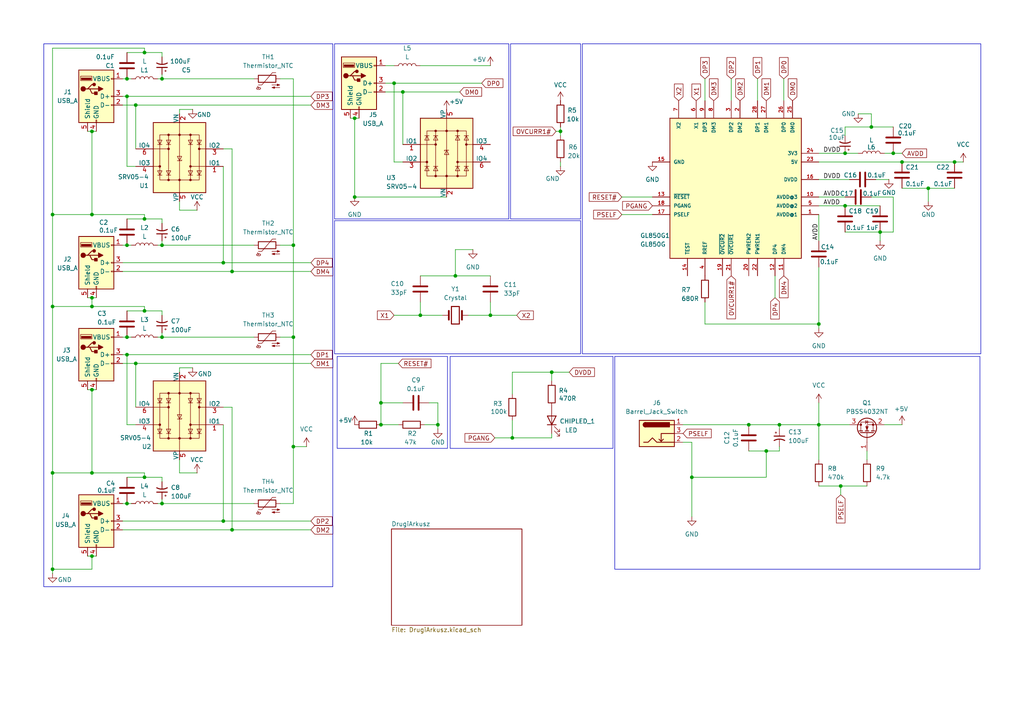
<source format=kicad_sch>
(kicad_sch (version 20250114) (generator "eeschema") (generator_version "9.0")
  (paper "A4")
  (lib_symbols
    (symbol "Connector:Barrel_Jack_Switch" (pin_names (hide yes))
      (property "Reference" "J" (at 0 5.334 0))
      (property "Value" "Barrel_Jack_Switch" (at 0 -5.08 0))
      (symbol "Barrel_Jack_Switch_1_1"
        (pin passive line (at 7.62 2.54 180) (length 2.54) (name "~") (number "1"))
        (pin passive line (at 7.62 0 180) (length 2.54) (name "~") (number "3"))
        (pin passive line (at 7.62 -2.54 180) (length 2.54) (name "~") (number "2"))
      )
    )
    (symbol "Connector:USB_A" (pin_names (offset 1.016))
      (property "Reference" "J" (at -5.08 11.43 0))
      (property "Value" "USB_A" (at -5.08 8.89 0))
      (symbol "USB_A_1_1"
        (pin passive line (at -2.54 -10.16 90) (length 2.54) (name "Shield") (number "5"))
        (pin power_in line (at 0 -10.16 90) (length 2.54) (name "GND") (number "4"))
        (pin power_in line (at 7.62 5.08 180) (length 2.54) (name "VBUS") (number "1"))
        (pin bidirectional line (at 7.62 0 180) (length 2.54) (name "D+") (number "3"))
        (pin bidirectional line (at 7.62 -2.54 180) (length 2.54) (name "D-") (number "2"))
      )
    )
    (symbol "Device:C" (pin_numbers (hide yes)) (pin_names (offset 0.254))
      (property "Reference" "C" (at 0.635 2.54 0))
      (property "Value" "C" (at 0.635 -2.54 0))
      (symbol "C_1_1"
        (pin passive line (at 0 3.81 270) (length 2.794) (name "~") (number "1"))
        (pin passive line (at 0 -3.81 90) (length 2.794) (name "~") (number "2"))
      )
    )
    (symbol "Device:C_Polarized_Small_US" (pin_numbers (hide yes)) (pin_names (offset 0.254) (hide yes))
      (property "Reference" "C" (at 0.254 1.778 0))
      (property "Value" "C_Polarized_Small_US" (at 0.254 -2.032 0))
      (symbol "C_Polarized_Small_US_1_1"
        (pin passive line (at 0 2.54 270) (length 2.032) (name "~") (number "1"))
        (pin passive line (at 0 -2.54 90) (length 2.032) (name "~") (number "2"))
      )
    )
    (symbol "Device:Crystal" (pin_numbers (hide yes)) (pin_names (offset 1.016) (hide yes))
      (property "Reference" "Y" (at 0 3.81 0))
      (property "Value" "Crystal" (at 0 -3.81 0))
      (symbol "Crystal_1_1"
        (pin passive line (at -3.81 0 0) (length 1.27) (name "1") (number "1"))
        (pin passive line (at 3.81 0 180) (length 1.27) (name "2") (number "2"))
      )
    )
    (symbol "Device:L" (pin_numbers (hide yes)) (pin_names (offset 1.016) (hide yes))
      (property "Reference" "L" (at -1.27 0 90))
      (property "Value" "L" (at 1.905 0 90))
      (symbol "L_1_1"
        (pin passive line (at 0 3.81 270) (length 1.27) (name "1") (number "1"))
        (pin passive line (at 0 -3.81 90) (length 1.27) (name "2") (number "2"))
      )
    )
    (symbol "Device:LED" (pin_numbers (hide yes)) (pin_names (offset 1.016) (hide yes))
      (property "Reference" "D" (at 0 2.54 0))
      (property "Value" "LED" (at 0 -2.54 0))
      (symbol "LED_1_1"
        (pin passive line (at -3.81 0 0) (length 2.54) (name "K") (number "1"))
        (pin passive line (at 3.81 0 180) (length 2.54) (name "A") (number "2"))
      )
    )
    (symbol "Device:R" (pin_numbers (hide yes)) (pin_names (offset 0))
      (property "Reference" "R" (at 2.032 0 90))
      (property "Value" "R" (at 0 0 90))
      (symbol "R_1_1"
        (pin passive line (at 0 3.81 270) (length 1.27) (name "~") (number "1"))
        (pin passive line (at 0 -3.81 90) (length 1.27) (name "~") (number "2"))
      )
    )
    (symbol "Device:Thermistor_NTC" (pin_numbers (hide yes)) (pin_names (offset 0))
      (property "Reference" "TH" (at -4.445 0 90))
      (property "Value" "Thermistor_NTC" (at 3.175 0 90))
      (symbol "Thermistor_NTC_1_1"
        (pin passive line (at 0 3.81 270) (length 1.27) (name "~") (number "1"))
        (pin passive line (at 0 -3.81 90) (length 1.27) (name "~") (number "2"))
      )
    )
    (symbol "GL850G:GL850G" (pin_names (offset 1.016))
      (property "Reference" "GL850G" (at 0 0 0))
      (property "Value" "GL850G" (at 0 0 0))
      (symbol "GL850G_0_0"
        (pin bidirectional line (at -25.4 15.24 0) (length 5.08) (name "DM0") (number "25"))
        (pin bidirectional line (at -25.4 12.7 0) (length 5.08) (name "DP0") (number "26"))
        (pin bidirectional line (at -25.4 7.62 0) (length 5.08) (name "DM1") (number "27"))
        (pin bidirectional line (at -25.4 5.08 0) (length 5.08) (name "DP1") (number "28"))
        (pin bidirectional line (at -25.4 0 0) (length 5.08) (name "DM2") (number "2"))
        (pin bidirectional line (at -25.4 -2.54 0) (length 5.08) (name "DP2") (number "3"))
        (pin bidirectional line (at -25.4 -7.62 0) (length 5.08) (name "DM3") (number "8"))
        (pin bidirectional line (at -25.4 -10.16 0) (length 5.08) (name "DP3") (number "9"))
        (pin bidirectional line (at -25.4 -12.7 0) (length 5.08) (name "X1") (number "6"))
        (pin bidirectional line (at -25.4 -17.78 0) (length 5.08) (name "X2") (number "7"))
        (pin bidirectional line (at -10.16 22.86 270) (length 5.08) (name "3V3") (number "24"))
        (pin bidirectional line (at -7.62 22.86 270) (length 5.08) (name "5V") (number "23"))
        (pin bidirectional line (at -7.62 -25.4 90) (length 5.08) (name "GND") (number "15"))
        (pin bidirectional line (at -2.54 22.86 270) (length 5.08) (name "DVDD") (number "16"))
        (pin bidirectional line (at 2.54 22.86 270) (length 5.08) (name "AVDD@3") (number "10"))
        (pin bidirectional line (at 2.54 -25.4 90) (length 5.08) (name "~{RESET}") (number "13"))
        (pin bidirectional line (at 5.08 22.86 270) (length 5.08) (name "AVDD@2") (number "5"))
        (pin bidirectional line (at 5.08 -25.4 90) (length 5.08) (name "PGANG") (number "18"))
        (pin bidirectional line (at 7.62 22.86 270) (length 5.08) (name "AVDD@1") (number "1"))
        (pin bidirectional line (at 7.62 -25.4 90) (length 5.08) (name "PSELF") (number "17"))
        (pin bidirectional line (at 25.4 12.7 180) (length 5.08) (name "DM4") (number "11"))
        (pin bidirectional line (at 25.4 10.16 180) (length 5.08) (name "DP4") (number "12"))
        (pin bidirectional line (at 25.4 5.08 180) (length 5.08) (name "PWREN1") (number "22"))
        (pin bidirectional line (at 25.4 2.54 180) (length 5.08) (name "PWREN2") (number "20"))
        (pin bidirectional line (at 25.4 -2.54 180) (length 5.08) (name "~{OVCUR1}") (number "21"))
        (pin bidirectional line (at 25.4 -5.08 180) (length 5.08) (name "~{OVCUR2}") (number "19"))
        (pin bidirectional line (at 25.4 -10.16 180) (length 5.08) (name "RREF") (number "4"))
        (pin bidirectional line (at 25.4 -15.24 180) (length 5.08) (name "TEST") (number "14"))
      )
    )
    (symbol "Power_Protection:SRV05-4" (pin_names (offset 0))
      (property "Reference" "U" (at -5.08 11.43 0))
      (property "Value" "SRV05-4" (at 2.54 11.43 0))
      (symbol "SRV05-4_1_1"
        (pin passive line (at -12.7 2.54 0) (length 5.08) (name "IO1") (number "1"))
        (pin passive line (at -12.7 -2.54 0) (length 5.08) (name "IO2") (number "3"))
        (pin passive line (at 0 12.7 270) (length 2.54) (name "VP") (number "5"))
        (pin passive line (at 0 -12.7 90) (length 2.54) (name "VN") (number "2"))
        (pin passive line (at 12.7 2.54 180) (length 5.08) (name "IO3") (number "4"))
        (pin passive line (at 12.7 -2.54 180) (length 5.08) (name "IO4") (number "6"))
      )
    )
    (symbol "Transistor_FET:DMN6075S" (pin_names (hide yes))
      (property "Reference" "Q" (at 5.08 1.905 0))
      (property "Value" "DMN6075S" (at 5.08 0 0))
      (symbol "DMN6075S_1_1"
        (pin input line (at -5.08 0 0) (length 2.54) (name "G") (number "1"))
        (pin passive line (at 2.54 5.08 270) (length 2.54) (name "D") (number "3"))
        (pin passive line (at 2.54 -5.08 90) (length 2.54) (name "S") (number "2"))
      )
    )
    (symbol "power:+5V" (power) (pin_numbers (hide yes)) (pin_names (offset 0) (hide yes))
      (property "Value" "+5V" (at 0 3.556 0))
      (symbol "+5V_1_1"
        (pin power_in line (at 0 0 90) (length 0) (name "~") (number "1"))
      )
    )
    (symbol "power:GND" (power) (pin_numbers (hide yes)) (pin_names (offset 0) (hide yes))
      (property "Value" "GND" (at 0 -3.81 0))
      (symbol "GND_1_1"
        (pin power_in line (at 0 0 270) (length 0) (name "~") (number "1"))
      )
    )
    (symbol "power:VCC" (power) (pin_numbers (hide yes)) (pin_names (offset 0) (hide yes))
      (property "Value" "VCC" (at 0 3.556 0))
      (symbol "VCC_1_1"
        (pin power_in line (at 0 0 90) (length 0) (name "~") (number "1"))
      )
    )
  )
  (rectangle (start 130.556 103.378) (end 177.8 130.048))
  (rectangle (start 97.028 12.7) (end 147.574 63.5))
  (rectangle (start 97.028 64.008) (end 168.402 102.616))
  (rectangle (start 97.79 103.378) (end 129.794 130.048))
  (rectangle (start 148.082 12.7) (end 168.402 63.5))
  (rectangle (start 12.7 12.7) (end 96.52 170.18))
  (rectangle (start 178.308 103.378) (end 284.226 165.1))
  (rectangle (start 168.91 12.7) (end 284.48 102.616))
  (junction (at 39.37 105.41))
  (junction (at 217.17 123.19))
  (junction (at 46.99 71.12))
  (junction (at 148.59 127))
  (junction (at 255.27 67.31))
  (junction (at 41.91 90.17))
  (junction (at 245.11 44.45))
  (junction (at 114.3 24.13))
  (junction (at 116.84 26.67))
  (junction (at 26.67 62.23))
  (junction (at 36.83 102.87))
  (junction (at 26.67 137.16))
  (junction (at 110.49 116.84))
  (junction (at 259.08 44.45))
  (junction (at 67.31 153.67))
  (junction (at 41.91 63.5))
  (junction (at 26.67 38.1))
  (junction (at 41.91 15.24))
  (junction (at 46.99 146.05))
  (junction (at 142.24 91.44))
  (junction (at 15.24 62.23))
  (junction (at 39.37 30.48))
  (junction (at 26.67 88.9))
  (junction (at 36.83 71.12))
  (junction (at 237.49 93.98))
  (junction (at 26.67 113.03))
  (junction (at 222.25 130.81))
  (junction (at 160.02 107.95))
  (junction (at 46.99 22.86))
  (junction (at 46.99 97.79))
  (junction (at 261.62 46.99))
  (junction (at 243.84 140.97))
  (junction (at 162.56 38.1))
  (junction (at 132.08 80.01))
  (junction (at 276.86 46.99))
  (junction (at 15.24 88.9))
  (junction (at 36.83 146.05))
  (junction (at 67.31 78.74))
  (junction (at 36.83 22.86))
  (junction (at 102.87 57.15))
  (junction (at 15.24 165.1))
  (junction (at 85.09 97.79))
  (junction (at 110.49 123.19))
  (junction (at 269.24 54.61))
  (junction (at 85.09 129.54))
  (junction (at 237.49 123.19))
  (junction (at 226.06 123.19))
  (junction (at 85.09 71.12))
  (junction (at 200.66 138.43))
  (junction (at 15.24 137.16))
  (junction (at 26.67 161.29))
  (junction (at 36.83 97.79))
  (junction (at 36.83 27.94))
  (junction (at 26.67 86.36))
  (junction (at 127 123.19))
  (junction (at 64.77 76.2))
  (junction (at 245.11 59.69))
  (junction (at 121.92 91.44))
  (junction (at 252.73 36.83))
  (junction (at 41.91 138.43))
  (junction (at 102.87 34.29))
  (junction (at 64.77 151.13))
  (wire (pts (xy 200.66 138.43) (xy 200.66 149.86)))
  (wire (pts (xy 26.67 86.36) (xy 26.67 88.9)))
  (wire (pts (xy 81.28 71.12) (xy 85.09 71.12)))
  (wire (pts (xy 46.99 90.17) (xy 46.99 91.44)))
  (wire (pts (xy 67.31 153.67) (xy 90.17 153.67)))
  (wire (pts (xy 46.99 16.51) (xy 46.99 15.24)))
  (wire (pts (xy 35.56 78.74) (xy 67.31 78.74)))
  (wire (pts (xy 116.84 46.99) (xy 114.3 46.99)))
  (wire (pts (xy 237.49 69.85) (xy 237.49 62.23)))
  (wire (pts (xy 35.56 102.87) (xy 36.83 102.87)))
  (wire (pts (xy 127 116.84) (xy 124.46 116.84)))
  (wire (pts (xy 46.99 22.86) (xy 73.66 22.86)))
  (wire (pts (xy 254 52.07) (xy 257.81 52.07)))
  (wire (pts (xy 256.54 123.19) (xy 261.62 123.19)))
  (wire (pts (xy 219.71 22.86) (xy 219.71 29.21)))
  (wire (pts (xy 36.83 102.87) (xy 90.17 102.87)))
  (wire (pts (xy 114.3 19.05) (xy 111.76 19.05)))
  (wire (pts (xy 237.49 77.47) (xy 237.49 93.98)))
  (wire (pts (xy 36.83 27.94) (xy 36.83 48.26)))
  (wire (pts (xy 35.56 146.05) (xy 36.83 146.05)))
  (wire (pts (xy 57.15 60.96) (xy 52.07 60.96)))
  (wire (pts (xy 198.12 128.27) (xy 200.66 128.27)))
  (wire (pts (xy 36.83 102.87) (xy 36.83 123.19)))
  (wire (pts (xy 39.37 105.41) (xy 39.37 118.11)))
  (wire (pts (xy 26.67 62.23) (xy 41.91 62.23)))
  (wire (pts (xy 162.56 36.83) (xy 162.56 38.1)))
  (wire (pts (xy 142.24 91.44) (xy 149.86 91.44)))
  (wire (pts (xy 142.24 87.63) (xy 142.24 91.44)))
  (wire (pts (xy 15.24 62.23) (xy 26.67 62.23)))
  (wire (pts (xy 252.73 57.15) (xy 259.08 57.15)))
  (wire (pts (xy 15.24 13.97) (xy 41.91 13.97)))
  (wire (pts (xy 237.49 140.97) (xy 243.84 140.97)))
  (wire (pts (xy 57.15 137.16) (xy 52.07 137.16)))
  (wire (pts (xy 41.91 63.5) (xy 36.83 63.5)))
  (wire (pts (xy 64.77 48.26) (xy 64.77 76.2)))
  (wire (pts (xy 180.34 57.15) (xy 189.23 57.15)))
  (wire (pts (xy 237.49 123.19) (xy 246.38 123.19)))
  (wire (pts (xy 41.91 138.43) (xy 36.83 138.43)))
  (wire (pts (xy 160.02 107.95) (xy 165.1 107.95)))
  (wire (pts (xy 121.92 87.63) (xy 121.92 91.44)))
  (wire (pts (xy 67.31 43.18) (xy 67.31 78.74)))
  (wire (pts (xy 67.31 118.11) (xy 67.31 153.67)))
  (wire (pts (xy 35.56 27.94) (xy 36.83 27.94)))
  (wire (pts (xy 41.91 15.24) (xy 46.99 15.24)))
  (wire (pts (xy 111.76 24.13) (xy 114.3 24.13)))
  (wire (pts (xy 45.72 146.05) (xy 46.99 146.05)))
  (wire (pts (xy 252.73 33.02) (xy 248.92 33.02)))
  (wire (pts (xy 259.08 57.15) (xy 259.08 67.31)))
  (wire (pts (xy 46.99 71.12) (xy 73.66 71.12)))
  (wire (pts (xy 26.67 38.1) (xy 26.67 62.23)))
  (wire (pts (xy 46.99 139.7) (xy 46.99 138.43)))
  (wire (pts (xy 46.99 96.52) (xy 46.99 97.79)))
  (wire (pts (xy 252.73 36.83) (xy 259.08 36.83)))
  (wire (pts (xy 46.99 97.79) (xy 45.72 97.79)))
  (wire (pts (xy 55.88 106.68) (xy 52.07 106.68)))
  (wire (pts (xy 25.4 113.03) (xy 26.67 113.03)))
  (wire (pts (xy 243.84 143.51) (xy 243.84 140.97)))
  (wire (pts (xy 41.91 90.17) (xy 36.83 90.17)))
  (wire (pts (xy 246.38 52.07) (xy 237.49 52.07)))
  (wire (pts (xy 26.67 161.29) (xy 27.94 161.29)))
  (wire (pts (xy 15.24 137.16) (xy 26.67 137.16)))
  (wire (pts (xy 222.25 130.81) (xy 217.17 130.81)))
  (wire (pts (xy 85.09 71.12) (xy 85.09 97.79)))
  (wire (pts (xy 269.24 54.61) (xy 276.86 54.61)))
  (wire (pts (xy 245.11 36.83) (xy 245.11 39.37)))
  (wire (pts (xy 212.09 22.86) (xy 212.09 29.21)))
  (wire (pts (xy 64.77 43.18) (xy 67.31 43.18)))
  (wire (pts (xy 36.83 22.86) (xy 35.56 22.86)))
  (wire (pts (xy 15.24 88.9) (xy 15.24 137.16)))
  (wire (pts (xy 64.77 151.13) (xy 90.17 151.13)))
  (wire (pts (xy 26.67 161.29) (xy 26.67 165.1)))
  (wire (pts (xy 160.02 127) (xy 148.59 127)))
  (wire (pts (xy 121.92 91.44) (xy 128.27 91.44)))
  (wire (pts (xy 25.4 38.1) (xy 26.67 38.1)))
  (wire (pts (xy 226.06 130.81) (xy 222.25 130.81)))
  (wire (pts (xy 41.91 138.43) (xy 41.91 137.16)))
  (wire (pts (xy 148.59 107.95) (xy 160.02 107.95)))
  (wire (pts (xy 180.34 62.23) (xy 189.23 62.23)))
  (wire (pts (xy 245.11 67.31) (xy 255.27 67.31)))
  (wire (pts (xy 204.47 93.98) (xy 237.49 93.98)))
  (wire (pts (xy 46.99 64.77) (xy 46.99 63.5)))
  (wire (pts (xy 15.24 137.16) (xy 15.24 165.1)))
  (wire (pts (xy 123.19 123.19) (xy 127 123.19)))
  (wire (pts (xy 26.67 137.16) (xy 41.91 137.16)))
  (wire (pts (xy 276.86 46.99) (xy 279.4 46.99)))
  (wire (pts (xy 52.07 106.68) (xy 52.07 107.95)))
  (wire (pts (xy 39.37 30.48) (xy 39.37 43.18)))
  (wire (pts (xy 46.99 69.85) (xy 46.99 71.12)))
  (wire (pts (xy 222.25 130.81) (xy 222.25 138.43)))
  (wire (pts (xy 222.25 138.43) (xy 200.66 138.43)))
  (wire (pts (xy 102.87 34.29) (xy 104.14 34.29)))
  (wire (pts (xy 110.49 105.41) (xy 110.49 116.84)))
  (wire (pts (xy 85.09 22.86) (xy 85.09 71.12)))
  (wire (pts (xy 46.99 146.05) (xy 73.66 146.05)))
  (wire (pts (xy 39.37 123.19) (xy 36.83 123.19)))
  (wire (pts (xy 52.07 133.35) (xy 52.07 137.16)))
  (wire (pts (xy 252.73 36.83) (xy 252.73 33.02)))
  (wire (pts (xy 148.59 107.95) (xy 148.59 114.3)))
  (wire (pts (xy 46.99 63.5) (xy 41.91 63.5)))
  (wire (pts (xy 127 116.84) (xy 127 123.19)))
  (wire (pts (xy 110.49 116.84) (xy 116.84 116.84)))
  (wire (pts (xy 85.09 129.54) (xy 85.09 146.05)))
  (wire (pts (xy 148.59 121.92) (xy 148.59 127)))
  (wire (pts (xy 46.99 90.17) (xy 41.91 90.17)))
  (wire (pts (xy 237.49 59.69) (xy 245.11 59.69)))
  (wire (pts (xy 251.46 133.35) (xy 251.46 130.81)))
  (wire (pts (xy 85.09 97.79) (xy 85.09 129.54)))
  (wire (pts (xy 15.24 13.97) (xy 15.24 62.23)))
  (wire (pts (xy 102.87 34.29) (xy 102.87 57.15)))
  (wire (pts (xy 110.49 105.41) (xy 115.57 105.41)))
  (wire (pts (xy 132.08 80.01) (xy 132.08 72.39)))
  (wire (pts (xy 81.28 22.86) (xy 85.09 22.86)))
  (wire (pts (xy 226.06 129.54) (xy 226.06 130.81)))
  (wire (pts (xy 52.07 31.75) (xy 52.07 33.02)))
  (wire (pts (xy 226.06 123.19) (xy 217.17 123.19)))
  (wire (pts (xy 26.67 165.1) (xy 15.24 165.1)))
  (wire (pts (xy 81.28 97.79) (xy 85.09 97.79)))
  (wire (pts (xy 39.37 48.26) (xy 36.83 48.26)))
  (wire (pts (xy 35.56 151.13) (xy 64.77 151.13)))
  (wire (pts (xy 114.3 24.13) (xy 139.7 24.13)))
  (wire (pts (xy 114.3 91.44) (xy 121.92 91.44)))
  (wire (pts (xy 255.27 69.85) (xy 255.27 67.31)))
  (wire (pts (xy 162.56 38.1) (xy 162.56 39.37)))
  (wire (pts (xy 36.83 27.94) (xy 90.17 27.94)))
  (wire (pts (xy 110.49 116.84) (xy 110.49 123.19)))
  (wire (pts (xy 135.89 91.44) (xy 142.24 91.44)))
  (wire (pts (xy 255.27 67.31) (xy 259.08 67.31)))
  (wire (pts (xy 35.56 105.41) (xy 39.37 105.41)))
  (wire (pts (xy 227.33 22.86) (xy 227.33 29.21)))
  (wire (pts (xy 161.29 38.1) (xy 162.56 38.1)))
  (wire (pts (xy 121.92 80.01) (xy 132.08 80.01)))
  (wire (pts (xy 102.87 57.15) (xy 129.54 57.15)))
  (wire (pts (xy 35.56 97.79) (xy 36.83 97.79)))
  (wire (pts (xy 45.72 22.86) (xy 46.99 22.86)))
  (wire (pts (xy 52.07 60.96) (xy 52.07 58.42)))
  (wire (pts (xy 111.76 26.67) (xy 116.84 26.67)))
  (wire (pts (xy 46.99 21.59) (xy 46.99 22.86)))
  (wire (pts (xy 26.67 88.9) (xy 41.91 88.9)))
  (wire (pts (xy 245.11 57.15) (xy 237.49 57.15)))
  (wire (pts (xy 132.08 72.39) (xy 137.16 72.39)))
  (wire (pts (xy 204.47 22.86) (xy 204.47 29.21)))
  (wire (pts (xy 41.91 62.23) (xy 41.91 63.5)))
  (wire (pts (xy 237.49 93.98) (xy 237.49 95.25)))
  (wire (pts (xy 85.09 146.05) (xy 81.28 146.05)))
  (wire (pts (xy 38.1 22.86) (xy 36.83 22.86)))
  (wire (pts (xy 261.62 54.61) (xy 269.24 54.61)))
  (wire (pts (xy 35.56 153.67) (xy 67.31 153.67)))
  (wire (pts (xy 198.12 123.19) (xy 217.17 123.19)))
  (wire (pts (xy 52.07 31.75) (xy 55.88 31.75)))
  (wire (pts (xy 143.51 127) (xy 148.59 127)))
  (wire (pts (xy 85.09 129.54) (xy 88.9 129.54)))
  (wire (pts (xy 39.37 30.48) (xy 90.17 30.48)))
  (wire (pts (xy 36.83 146.05) (xy 38.1 146.05)))
  (wire (pts (xy 46.99 71.12) (xy 45.72 71.12)))
  (wire (pts (xy 127 124.46) (xy 127 123.19)))
  (wire (pts (xy 36.83 97.79) (xy 38.1 97.79)))
  (wire (pts (xy 26.67 113.03) (xy 27.94 113.03)))
  (wire (pts (xy 121.92 19.05) (xy 142.24 19.05)))
  (wire (pts (xy 36.83 15.24) (xy 41.91 15.24)))
  (wire (pts (xy 237.49 116.84) (xy 237.49 123.19)))
  (wire (pts (xy 41.91 13.97) (xy 41.91 15.24)))
  (wire (pts (xy 15.24 88.9) (xy 26.67 88.9)))
  (wire (pts (xy 35.56 30.48) (xy 39.37 30.48)))
  (wire (pts (xy 237.49 123.19) (xy 237.49 133.35)))
  (wire (pts (xy 26.67 86.36) (xy 27.94 86.36)))
  (wire (pts (xy 237.49 44.45) (xy 245.11 44.45)))
  (wire (pts (xy 259.08 44.45) (xy 261.62 44.45)))
  (wire (pts (xy 67.31 78.74) (xy 90.17 78.74)))
  (wire (pts (xy 15.24 165.1) (xy 15.24 166.37)))
  (wire (pts (xy 26.67 38.1) (xy 27.94 38.1)))
  (wire (pts (xy 25.4 161.29) (xy 26.67 161.29)))
  (wire (pts (xy 41.91 88.9) (xy 41.91 90.17)))
  (wire (pts (xy 46.99 146.05) (xy 46.99 144.78)))
  (wire (pts (xy 160.02 125.73) (xy 160.02 127)))
  (wire (pts (xy 115.57 123.19) (xy 110.49 123.19)))
  (wire (pts (xy 35.56 71.12) (xy 36.83 71.12)))
  (wire (pts (xy 261.62 46.99) (xy 276.86 46.99)))
  (wire (pts (xy 160.02 107.95) (xy 160.02 110.49)))
  (wire (pts (xy 116.84 26.67) (xy 116.84 41.91)))
  (wire (pts (xy 243.84 140.97) (xy 251.46 140.97)))
  (wire (pts (xy 237.49 46.99) (xy 261.62 46.99)))
  (wire (pts (xy 15.24 62.23) (xy 15.24 88.9)))
  (wire (pts (xy 116.84 26.67) (xy 133.35 26.67)))
  (wire (pts (xy 64.77 123.19) (xy 64.77 151.13)))
  (wire (pts (xy 226.06 124.46) (xy 226.06 123.19)))
  (wire (pts (xy 35.56 76.2) (xy 64.77 76.2)))
  (wire (pts (xy 64.77 118.11) (xy 67.31 118.11)))
  (wire (pts (xy 64.77 76.2) (xy 90.17 76.2)))
  (wire (pts (xy 269.24 54.61) (xy 269.24 58.42)))
  (wire (pts (xy 46.99 97.79) (xy 73.66 97.79)))
  (wire (pts (xy 204.47 87.63) (xy 204.47 93.98)))
  (wire (pts (xy 26.67 113.03) (xy 26.67 137.16)))
  (wire (pts (xy 226.06 123.19) (xy 237.49 123.19)))
  (wire (pts (xy 39.37 105.41) (xy 90.17 105.41)))
  (wire (pts (xy 46.99 138.43) (xy 41.91 138.43)))
  (wire (pts (xy 245.11 44.45) (xy 248.92 44.45)))
  (wire (pts (xy 224.79 86.36) (xy 224.79 80.01)))
  (wire (pts (xy 245.11 36.83) (xy 252.73 36.83)))
  (wire (pts (xy 25.4 86.36) (xy 26.67 86.36)))
  (wire (pts (xy 200.66 128.27) (xy 200.66 138.43)))
  (wire (pts (xy 245.11 59.69) (xy 255.27 59.69)))
  (wire (pts (xy 101.6 34.29) (xy 102.87 34.29)))
  (wire (pts (xy 256.54 44.45) (xy 259.08 44.45)))
  (wire (pts (xy 36.83 71.12) (xy 38.1 71.12)))
  (wire (pts (xy 114.3 24.13) (xy 114.3 46.99)))
  (wire (pts (xy 162.56 48.26) (xy 162.56 46.99)))
  (wire (pts (xy 132.08 80.01) (xy 142.24 80.01)))
  (label "DVDD" (at 238.76 44.45 0))
  (label "AVDD" (at 238.76 57.15 0))
  (label "DVDD" (at 238.76 52.07 0))
  (label "AVDD" (at 238.76 59.69 0))
  (label "AVDD" (at 237.49 64.77 270))
  (global_label "DP0" (shape input) (at 227.33 22.86 90) (property "Intersheetrefs" "${INTERSHEET_REFS}" (effects (hide yes))))
  (global_label "RESET#" (shape input) (at 115.57 105.41 0) (property "Intersheetrefs" "${INTERSHEET_REFS}" (effects (hide yes))))
  (global_label "DM0" (shape input) (at 229.87 29.21 90) (property "Intersheetrefs" "${INTERSHEET_REFS}" (effects (hide yes))))
  (global_label "X1" (shape input) (at 114.3 91.44 180) (property "Intersheetrefs" "${INTERSHEET_REFS}" (effects (hide yes))))
  (global_label "DP3" (shape input) (at 204.47 22.86 90) (property "Intersheetrefs" "${INTERSHEET_REFS}" (effects (hide yes))))
  (global_label "DM2" (shape input) (at 214.63 29.21 90) (property "Intersheetrefs" "${INTERSHEET_REFS}" (effects (hide yes))))
  (global_label "DM4" (shape input) (at 227.33 80.01 270) (property "Intersheetrefs" "${INTERSHEET_REFS}" (effects (hide yes))))
  (global_label "DP4" (shape input) (at 224.79 86.36 270) (property "Intersheetrefs" "${INTERSHEET_REFS}" (effects (hide yes))))
  (global_label "DM0" (shape input) (at 133.35 26.67 0) (property "Intersheetrefs" "${INTERSHEET_REFS}" (effects (hide yes))))
  (global_label "PSELF" (shape input) (at 198.12 125.73 0) (property "Intersheetrefs" "${INTERSHEET_REFS}" (effects (hide yes))))
  (global_label "PSELF" (shape input) (at 243.84 143.51 270) (property "Intersheetrefs" "${INTERSHEET_REFS}" (effects (hide yes))))
  (global_label "DM1" (shape input) (at 222.25 29.21 90) (property "Intersheetrefs" "${INTERSHEET_REFS}" (effects (hide yes))))
  (global_label "OVCURR1#" (shape input) (at 161.29 38.1 180) (property "Intersheetrefs" "${INTERSHEET_REFS}" (effects (hide yes))))
  (global_label "DVDD" (shape input) (at 165.1 107.95 0) (property "Intersheetrefs" "${INTERSHEET_REFS}" (effects (hide yes))))
  (global_label "PGANG" (shape input) (at 143.51 127 180) (property "Intersheetrefs" "${INTERSHEET_REFS}" (effects (hide yes))))
  (global_label "DP2" (shape input) (at 212.09 22.86 90) (property "Intersheetrefs" "${INTERSHEET_REFS}" (effects (hide yes))))
  (global_label "DP4" (shape input) (at 90.17 76.2 0) (property "Intersheetrefs" "${INTERSHEET_REFS}" (effects (hide yes))))
  (global_label "DM4" (shape input) (at 90.17 78.74 0) (property "Intersheetrefs" "${INTERSHEET_REFS}" (effects (hide yes))))
  (global_label "DM3" (shape input) (at 90.17 30.48 0) (property "Intersheetrefs" "${INTERSHEET_REFS}" (effects (hide yes))))
  (global_label "PGANG" (shape input) (at 189.23 59.69 180) (property "Intersheetrefs" "${INTERSHEET_REFS}" (effects (hide yes))))
  (global_label "DM3" (shape input) (at 207.01 29.21 90) (property "Intersheetrefs" "${INTERSHEET_REFS}" (effects (hide yes))))
  (global_label "AVDD" (shape input) (at 261.62 44.45 0) (property "Intersheetrefs" "${INTERSHEET_REFS}" (effects (hide yes))))
  (global_label "RESET#" (shape input) (at 180.34 57.15 180) (property "Intersheetrefs" "${INTERSHEET_REFS}" (effects (hide yes))))
  (global_label "X2" (shape input) (at 196.85 29.21 90) (property "Intersheetrefs" "${INTERSHEET_REFS}" (effects (hide yes))))
  (global_label "DP3" (shape input) (at 90.17 27.94 0) (property "Intersheetrefs" "${INTERSHEET_REFS}" (effects (hide yes))))
  (global_label "DP2" (shape input) (at 90.17 151.13 0) (property "Intersheetrefs" "${INTERSHEET_REFS}" (effects (hide yes))))
  (global_label "DP1" (shape input) (at 219.71 22.86 90) (property "Intersheetrefs" "${INTERSHEET_REFS}" (effects (hide yes))))
  (global_label "OVCURR1#" (shape input) (at 212.09 80.01 270) (property "Intersheetrefs" "${INTERSHEET_REFS}" (effects (hide yes))))
  (global_label "DP1" (shape input) (at 90.17 102.87 0) (property "Intersheetrefs" "${INTERSHEET_REFS}" (effects (hide yes))))
  (global_label "PSELF" (shape input) (at 180.34 62.23 180) (property "Intersheetrefs" "${INTERSHEET_REFS}" (effects (hide yes))))
  (global_label "X2" (shape input) (at 149.86 91.44 0) (property "Intersheetrefs" "${INTERSHEET_REFS}" (effects (hide yes))))
  (global_label "X1" (shape input) (at 201.93 29.21 90) (property "Intersheetrefs" "${INTERSHEET_REFS}" (effects (hide yes))))
  (global_label "DM1" (shape input) (at 90.17 105.41 0) (property "Intersheetrefs" "${INTERSHEET_REFS}" (effects (hide yes))))
  (global_label "DM2" (shape input) (at 90.17 153.67 0) (property "Intersheetrefs" "${INTERSHEET_REFS}" (effects (hide yes))))
  (global_label "DP0" (shape input) (at 139.7 24.13 0) (property "Intersheetrefs" "${INTERSHEET_REFS}" (effects (hide yes))))
  (symbol (lib_id "power:GND") (at 189.23 46.99 0) (unit 1)
    (property "Reference" "#PWR015" (effects (hide yes)))
    (property "Value" "GND" (at 189.23 52.07 0))
    (property "Description" "Power symbol creates a global label with name \"GND\" , ground" (effects (hide yes)))
  )
  (symbol (lib_id "power:GND") (at 55.88 106.68 0) (unit 1)
    (property "Reference" "#PWR03" (effects (hide yes)))
    (property "Value" "GND" (at 59.436 108.458 0))
    (property "Description" "Power symbol creates a global label with name \"GND\" , ground" (effects (hide yes)))
  )
  (symbol (lib_id "Device:Thermistor_NTC") (at 77.47 71.12 90) (unit 1)
    (property "Reference" "TH2" (at 77.7875 64.77 90))
    (property "Value" "Thermistor_NTC" (at 77.7875 67.31 90))
    (property "Footprint" "Resistor_SMD:R_0805_2012Metric_Pad1.20x1.40mm_HandSolder" (effects (hide yes)))
    (property "Description" "Temperature dependent resistor, negative temperature coefficient" (effects (hide yes)))
  )
  (symbol (lib_id "power:VCC") (at 237.49 116.84 0) (unit 1)
    (property "Reference" "#PWR018" (effects (hide yes)))
    (property "Value" "VCC" (at 237.49 111.76 0))
    (property "Description" "Power symbol creates a global label with name \"VCC\"" (effects (hide yes)))
  )
  (symbol (lib_id "Device:C") (at 36.83 142.24 0) (unit 1)
    (property "Reference" "C4" (at 30.734 140.208 0) (effects (justify left)))
    (property "Value" "0.1uF" (at 28.194 142.24 0) (effects (justify left)))
    (property "Footprint" "Capacitor_SMD:C_0603_1608Metric_Pad1.08x0.95mm_HandSolder" (effects (hide yes)))
    (property "Description" "Unpolarized capacitor" (effects (hide yes)))
  )
  (symbol (lib_id "Device:R") (at 148.59 118.11 0) (unit 1)
    (property "Reference" "R3" (at 143.002 117.094 0) (effects (justify left)))
    (property "Value" "100k" (at 142.24 119.38 0) (effects (justify left)))
    (property "Footprint" "Resistor_SMD:R_0603_1608Metric_Pad0.98x0.95mm_HandSolder" (effects (hide yes)))
    (property "Description" "Resistor" (effects (hide yes)))
  )
  (symbol (lib_id "Device:C") (at 261.62 50.8 0) (unit 1)
    (property "Reference" "C21" (at 262.636 48.514 0) (effects (justify left)))
    (property "Value" "0.1uF" (at 262.636 53.34 0) (effects (justify left)))
    (property "Footprint" "Capacitor_SMD:C_0603_1608Metric_Pad1.08x0.95mm_HandSolder" (effects (hide yes)))
    (property "Description" "Unpolarized capacitor" (effects (hide yes)))
  )
  (symbol (lib_id "power:GND") (at 137.16 72.39 0) (unit 1)
    (property "Reference" "#PWR011" (effects (hide yes)))
    (property "Value" "GND" (at 137.16 77.47 0))
    (property "Description" "Power symbol creates a global label with name \"GND\" , ground" (effects (hide yes)))
  )
  (symbol (lib_id "Device:C") (at 245.11 63.5 0) (unit 1)
    (property "Reference" "C18" (at 246.126 61.214 0) (effects (justify left)))
    (property "Value" "0.1uF" (at 245.364 66.04 0) (effects (justify left)))
    (property "Footprint" "Capacitor_SMD:C_0603_1608Metric_Pad1.08x0.95mm_HandSolder" (effects (hide yes)))
    (property "Description" "Unpolarized capacitor" (effects (hide yes)))
  )
  (symbol (lib_id "Device:C") (at 237.49 73.66 0) (unit 1)
    (property "Reference" "C14" (at 240.03 71.628 0))
    (property "Value" "0.1uF" (at 240.538 75.946 0))
    (property "Footprint" "Capacitor_SMD:C_0603_1608Metric_Pad1.08x0.95mm_HandSolder" (effects (hide yes)))
    (property "Description" "Unpolarized capacitor" (effects (hide yes)))
  )
  (symbol (lib_id "Device:C_Polarized_Small_US") (at 46.99 142.24 180) (unit 1)
    (property "Reference" "C8" (at 49.53 141.4017 0) (effects (justify right)))
    (property "Value" "100uF" (at 49.53 143.9417 0) (effects (justify right)))
    (property "Footprint" "Capacitor_THT:C_Radial_D6.3mm_H11.0mm_P2.50mm" (effects (hide yes)))
    (property "Description" "Polarized capacitor, small US symbol" (effects (hide yes)))
  )
  (symbol (lib_id "Device:C") (at 259.08 40.64 0) (unit 1)
    (property "Reference" "C20" (at 260.604 36.576 0) (effects (justify left)))
    (property "Value" "0.1uF" (at 260.35 38.608 0) (effects (justify left)))
    (property "Footprint" "Capacitor_SMD:C_0603_1608Metric_Pad1.08x0.95mm_HandSolder" (effects (hide yes)))
    (property "Description" "Unpolarized capacitor" (effects (hide yes)))
  )
  (symbol (lib_id "Device:C") (at 120.65 116.84 90) (unit 1)
    (property "Reference" "C9" (at 120.65 110.236 90))
    (property "Value" "0.1uF" (at 120.65 112.776 90))
    (property "Footprint" "Capacitor_SMD:C_0603_1608Metric_Pad1.08x0.95mm_HandSolder" (effects (hide yes)))
    (property "Description" "Unpolarized capacitor" (effects (hide yes)))
  )
  (symbol (lib_id "Power_Protection:SRV05-4") (at 129.54 44.45 0) (unit 1)
    (property "Reference" "U3" (at 112.014 51.562 0) (effects (justify left)))
    (property "Value" "SRV05-4" (at 112.014 54.102 0) (effects (justify left)))
    (property "Footprint" "Package_TO_SOT_SMD:TSOT-23-6_HandSoldering" (effects (hide yes)))
    (property "Datasheet" "http://www.onsemi.com/pub/Collateral/SRV05-4-D.PDF" (effects (hide yes)))
    (property "Description" "ESD Protection Diodes with Low Clamping Voltage, SOT-23-6" (effects (hide yes)))
  )
  (symbol (lib_id "Device:R") (at 106.68 123.19 90) (unit 1)
    (property "Reference" "R1" (at 108.204 125.73 90) (effects (justify left)))
    (property "Value" "10k" (at 108.204 128.27 90) (effects (justify left)))
    (property "Footprint" "Resistor_SMD:R_0603_1608Metric_Pad0.98x0.95mm_HandSolder" (effects (hide yes)))
    (property "Description" "Resistor" (effects (hide yes)))
  )
  (symbol (lib_id "Device:C") (at 121.92 83.82 0) (unit 1)
    (property "Reference" "C10" (at 113.284 82.296 0) (effects (justify left)))
    (property "Value" "33pF" (at 113.284 84.836 0) (effects (justify left)))
    (property "Footprint" "Capacitor_SMD:C_0603_1608Metric_Pad1.08x0.95mm_HandSolder" (effects (hide yes)))
    (property "Description" "Unpolarized capacitor" (effects (hide yes)))
  )
  (symbol (lib_id "Device:Thermistor_NTC") (at 77.47 146.05 90) (unit 1)
    (property "Reference" "TH4" (at 77.7875 139.7 90))
    (property "Value" "Thermistor_NTC" (at 77.7875 142.24 90))
    (property "Footprint" "Resistor_SMD:R_0805_2012Metric_Pad1.20x1.40mm_HandSolder" (effects (hide yes)))
    (property "Description" "Temperature dependent resistor, negative temperature coefficient" (effects (hide yes)))
  )
  (symbol (lib_id "power:GND") (at 269.24 58.42 0) (unit 1)
    (property "Reference" "#PWR023" (effects (hide yes)))
    (property "Value" "GND" (at 269.24 62.23 0))
    (property "Description" "Power symbol creates a global label with name \"GND\" , ground" (effects (hide yes)))
  )
  (symbol (lib_id "Device:C_Polarized_Small_US") (at 226.06 127 0) (unit 1)
    (property "Reference" "C13" (at 228.6 125.2981 0) (effects (justify left)))
    (property "Value" "100uF" (at 228.6 127.8381 0) (effects (justify left)))
    (property "Footprint" "Capacitor_THT:C_Radial_D6.3mm_H11.0mm_P2.50mm" (effects (hide yes)))
    (property "Description" "Polarized capacitor, small US symbol" (effects (hide yes)))
  )
  (symbol (lib_id "Device:C") (at 36.83 19.05 180) (unit 1)
    (property "Reference" "C1" (at 33.274 19.05 0) (effects (justify left)))
    (property "Value" "0.1uF" (at 33.274 16.51 0) (effects (justify left)))
    (property "Footprint" "Capacitor_SMD:C_0603_1608Metric_Pad1.08x0.95mm_HandSolder" (effects (hide yes)))
    (property "Description" "Unpolarized capacitor" (effects (hide yes)))
  )
  (symbol (lib_id "Device:R") (at 119.38 123.19 90) (unit 1)
    (property "Reference" "R2" (at 120.904 125.73 90) (effects (justify left)))
    (property "Value" "47k" (at 120.904 128.27 90) (effects (justify left)))
    (property "Footprint" "Resistor_SMD:R_0603_1608Metric_Pad0.98x0.95mm_HandSolder" (effects (hide yes)))
    (property "Description" "Resistor" (effects (hide yes)))
  )
  (symbol (lib_id "Device:L") (at 41.91 22.86 90) (unit 1)
    (property "Reference" "L1" (at 41.91 20.32 90))
    (property "Value" "L" (at 41.91 17.78 90))
    (property "Footprint" "Inductor_SMD:L_0603_1608Metric_Pad1.05x0.95mm_HandSolder" (effects (hide yes)))
    (property "Description" "Inductor" (effects (hide yes)))
  )
  (symbol (lib_id "Device:C_Polarized_Small_US") (at 245.11 41.91 180) (unit 1)
    (property "Reference" "C15" (at 240.792 37.846 0) (effects (justify right)))
    (property "Value" "10uF" (at 240.284 39.878 0) (effects (justify right)))
    (property "Footprint" "Capacitor_THT:C_Radial_D6.3mm_H11.0mm_P2.50mm" (effects (hide yes)))
    (property "Description" "Polarized capacitor, small US symbol" (effects (hide yes)))
  )
  (symbol (lib_id "Connector:USB_A") (at 27.94 27.94 0) (unit 1)
    (property "Reference" "J1" (at 20.828 26.67 0) (effects (justify right)))
    (property "Value" "USB_A" (at 22.606 29.21 0) (effects (justify right)))
    (property "Footprint" "Connector_USB:USB_A_TE_292303-7_Horizontal" (effects (hide yes)))
    (property "Description" "USB Type A connector" (effects (hide yes)))
  )
  (symbol (lib_id "Connector:USB_A") (at 27.94 76.2 0) (unit 1)
    (property "Reference" "J2" (at 19.558 75.184 0))
    (property "Value" "USB_A" (at 19.558 77.724 0))
    (property "Footprint" "Connector_USB:USB_A_TE_292303-7_Horizontal" (effects (hide yes)))
    (property "Description" "USB Type A connector" (effects (hide yes)))
  )
  (symbol (lib_id "Device:L") (at 252.73 44.45 90) (unit 1)
    (property "Reference" "L6" (at 252.73 42.672 90))
    (property "Value" "L" (at 252.73 40.64 90))
    (property "Footprint" "Inductor_SMD:L_0603_1608Metric_Pad1.05x0.95mm_HandSolder" (effects (hide yes)))
    (property "Description" "Inductor" (effects (hide yes)))
  )
  (symbol (lib_id "Device:C") (at 255.27 63.5 0) (unit 1)
    (property "Reference" "C19" (at 250.952 61.214 0) (effects (justify left)))
    (property "Value" "1uF" (at 251.206 66.04 0) (effects (justify left)))
    (property "Footprint" "Capacitor_SMD:C_0603_1608Metric_Pad1.08x0.95mm_HandSolder" (effects (hide yes)))
    (property "Description" "Unpolarized capacitor" (effects (hide yes)))
  )
  (symbol (lib_id "Device:C_Polarized_Small_US") (at 46.99 19.05 180) (unit 1)
    (property "Reference" "C5" (at 55.372 20.32 0) (effects (justify left)))
    (property "Value" "100uF" (at 55.372 17.78 0) (effects (justify left)))
    (property "Footprint" "Capacitor_THT:C_Radial_D6.3mm_H11.0mm_P2.50mm" (effects (hide yes)))
    (property "Description" "Polarized capacitor, small US symbol" (effects (hide yes)))
  )
  (symbol (lib_id "Device:C") (at 142.24 83.82 0) (unit 1)
    (property "Reference" "C11" (at 146.05 82.5499 0) (effects (justify left)))
    (property "Value" "33pF" (at 146.05 85.0899 0) (effects (justify left)))
    (property "Footprint" "Capacitor_SMD:C_0603_1608Metric_Pad1.08x0.95mm_HandSolder" (effects (hide yes)))
    (property "Description" "Unpolarized capacitor" (effects (hide yes)))
  )
  (symbol (lib_id "Device:LED") (at 160.02 121.92 90) (unit 1)
    (property "Reference" "CHIPLED_1" (at 162.306 122.174 90) (effects (justify right)))
    (property "Value" "LED" (at 163.83 124.7774 90) (effects (justify right)))
    (property "Footprint" "Diode_SMD:D_0805_2012Metric_Pad1.15x1.40mm_HandSolder" (effects (hide yes)))
    (property "Description" "Light emitting diode" (effects (hide yes)))
  )
  (symbol (lib_id "Device:C") (at 250.19 52.07 90) (unit 1)
    (property "Reference" "C16" (at 246.634 50.8 90))
    (property "Value" "0.1uF" (at 254.254 50.8 90))
    (property "Footprint" "Capacitor_SMD:C_0603_1608Metric_Pad1.08x0.95mm_HandSolder" (effects (hide yes)))
    (property "Description" "Unpolarized capacitor" (effects (hide yes)))
  )
  (symbol (lib_id "power:+5V") (at 102.87 123.19 0) (unit 1)
    (property "Reference" "#PWR08" (effects (hide yes)))
    (property "Value" "+5V" (at 100.076 121.92 0))
    (property "Description" "Power symbol creates a global label with name \"+5V\"" (effects (hide yes)))
  )
  (symbol (lib_id "GL850G:GL850G") (at 214.63 54.61 270) (unit 1)
    (property "Reference" "GL850G1" (at 185.674 68.326 90) (effects (justify left)))
    (property "Value" "GL850G" (at 185.674 70.866 90) (effects (justify left)))
    (property "Footprint" "footprints:SSOP28_GL850G_GEN-L" (effects (hide yes)))
    (property "MF" "Olimex Ltd." (effects (hide yes)))
    (property "Description_1" "\n                        \n                            Programmable Logic IC Development Tools\n                        \n" (effects (hide yes)))
    (property "Package" "None" (effects (hide yes)))
    (property "Price" "None" (effects (hide yes)))
    (property "SnapEDA_Link" "https://www.snapeda.com/parts/GL850G/Olimex/view-part/?ref=snap" (effects (hide yes)))
    (property "MP" "GL850G" (effects (hide yes)))
    (property "Availability" "In Stock" (effects (hide yes)))
    (property "Check_prices" "https://www.snapeda.com/parts/GL850G/Olimex/view-part/?ref=eda" (effects (hide yes)))
  )
  (symbol (lib_id "Connector:USB_A") (at 104.14 24.13 0) (unit 1)
    (property "Reference" "J5" (at 108.204 33.274 0))
    (property "Value" "USB_A" (at 108.204 35.814 0))
    (property "Footprint" "Connector_USB:USB_A_TE_292303-7_Horizontal" (effects (hide yes)))
    (property "Description" "USB Type A connector" (effects (hide yes)))
  )
  (symbol (lib_id "Connector:USB_A") (at 27.94 102.87 0) (unit 1)
    (property "Reference" "J3" (at 19.304 101.6 0))
    (property "Value" "USB_A" (at 19.304 104.14 0))
    (property "Footprint" "Connector_USB:USB_A_TE_292303-7_Horizontal" (effects (hide yes)))
    (property "Description" "USB Type A connector" (effects (hide yes)))
  )
  (symbol (lib_id "Transistor_FET:DMN6075S") (at 251.46 125.73 90) (unit 1)
    (property "Reference" "Q1" (at 251.46 116.84 90))
    (property "Value" "PBSS4032NT" (at 251.46 119.38 90))
    (property "Footprint" "Package_TO_SOT_SMD:SOT-23" (effects (hide yes)))
    (property "Datasheet" "http://www.diodes.com/assets/Datasheets/DMN6075S.pdf" (effects (hide yes)))
    (property "Description" "2.5A Id, 60V Vds, N-Channel MOSFET, SOT-23" (effects (hide yes)))
  )
  (symbol (lib_id "Connector:USB_A") (at 27.94 151.13 0) (unit 1)
    (property "Reference" "J4" (at 19.05 149.606 0))
    (property "Value" "USB_A" (at 19.05 152.146 0))
    (property "Footprint" "Connector_USB:USB_A_TE_292303-7_Horizontal" (effects (hide yes)))
    (property "Description" "USB Type A connector" (effects (hide yes)))
  )
  (symbol (lib_id "power:GND") (at 257.81 52.07 0) (unit 1)
    (property "Reference" "#PWR020" (effects (hide yes)))
    (property "Value" "GND" (at 257.81 55.88 0))
    (property "Description" "Power symbol creates a global label with name \"GND\" , ground" (effects (hide yes)))
  )
  (symbol (lib_id "Connector:Barrel_Jack_Switch") (at 190.5 125.73 0) (unit 1)
    (property "Reference" "J6" (at 190.5 116.84 0))
    (property "Value" "Barrel_Jack_Switch" (at 190.5 119.38 0))
    (property "Footprint" "KiCadDcCon:PJ-102AH" (effects (hide yes)))
    (property "Description" "DC Barrel Jack with an internal switch" (effects (hide yes)))
  )
  (symbol (lib_id "power:GND") (at 255.27 69.85 0) (unit 1)
    (property "Reference" "#PWR021" (effects (hide yes)))
    (property "Value" "GND" (at 255.27 74.93 0))
    (property "Description" "Power symbol creates a global label with name \"GND\" , ground" (effects (hide yes)))
  )
  (symbol (lib_id "Power_Protection:SRV05-4") (at 52.07 45.72 180) (unit 1)
    (property "Reference" "U1" (at 43.18 53.848 0) (effects (justify left)))
    (property "Value" "SRV05-4" (at 43.18 51.308 0) (effects (justify left)))
    (property "Footprint" "Package_TO_SOT_SMD:TSOT-23-6_HandSoldering" (effects (hide yes)))
    (property "Datasheet" "http://www.onsemi.com/pub/Collateral/SRV05-4-D.PDF" (effects (hide yes)))
    (property "Description" "ESD Protection Diodes with Low Clamping Voltage, SOT-23-6" (effects (hide yes)))
  )
  (symbol (lib_id "power:GND") (at 15.24 166.37 0) (unit 1)
    (property "Reference" "#PWR01" (effects (hide yes)))
    (property "Value" "GND" (at 18.796 168.148 0))
    (property "Description" "Power symbol creates a global label with name \"GND\" , ground" (effects (hide yes)))
  )
  (symbol (lib_id "power:VCC") (at 57.15 137.16 0) (unit 1)
    (property "Reference" "#PWR05" (effects (hide yes)))
    (property "Value" "VCC" (at 57.15 133.35 0))
    (property "Description" "Power symbol creates a global label with name \"VCC\"" (effects (hide yes)))
  )
  (symbol (lib_id "power:GND") (at 127 124.46 0) (unit 1)
    (property "Reference" "#PWR09" (effects (hide yes)))
    (property "Value" "GND" (at 127 128.27 0))
    (property "Description" "Power symbol creates a global label with name \"GND\" , ground" (effects (hide yes)))
  )
  (symbol (lib_id "Device:C") (at 36.83 93.98 0) (unit 1)
    (property "Reference" "C3" (at 28.194 90.932 0) (effects (justify left)))
    (property "Value" "0.1uF" (at 28.194 93.472 0) (effects (justify left)))
    (property "Footprint" "Capacitor_SMD:C_0603_1608Metric_Pad1.08x0.95mm_HandSolder" (effects (hide yes)))
    (property "Description" "Unpolarized capacitor" (effects (hide yes)))
  )
  (symbol (lib_id "power:GND") (at 248.92 33.02 0) (unit 1)
    (property "Reference" "#PWR019" (effects (hide yes)))
    (property "Value" "GND" (at 246.126 33.02 0))
    (property "Description" "Power symbol creates a global label with name \"GND\" , ground" (effects (hide yes)))
  )
  (symbol (lib_id "power:VCC") (at 88.9 129.54 0) (unit 1)
    (property "Reference" "#PWR06" (effects (hide yes)))
    (property "Value" "VCC" (at 88.9 124.46 0))
    (property "Description" "Power symbol creates a global label with name \"VCC\"" (effects (hide yes)))
  )
  (symbol (lib_id "power:+5V") (at 142.24 19.05 0) (unit 1)
    (property "Reference" "#PWR012" (effects (hide yes)))
    (property "Value" "+5V" (at 138.938 17.272 0))
    (property "Description" "Power symbol creates a global label with name \"+5V\"" (effects (hide yes)))
  )
  (symbol (lib_id "power:VCC") (at 57.15 60.96 0) (unit 1)
    (property "Reference" "#PWR04" (effects (hide yes)))
    (property "Value" "VCC" (at 57.15 57.15 0))
    (property "Description" "Power symbol creates a global label with name \"VCC\"" (effects (hide yes)))
  )
  (symbol (lib_id "Device:Crystal") (at 132.08 91.44 0) (unit 1)
    (property "Reference" "Y1" (at 132.08 83.82 0))
    (property "Value" "Crystal" (at 132.08 86.36 0))
    (property "Footprint" "Crystal:Crystal_SMD_ECS_CSM3X-2Pin_7.6x4.1mm" (effects (hide yes)))
    (property "Description" "Two pin crystal" (effects (hide yes)))
  )
  (symbol (lib_id "Device:L") (at 41.91 97.79 90) (unit 1)
    (property "Reference" "L3" (at 41.91 92.71 90))
    (property "Value" "L" (at 41.91 95.25 90))
    (property "Footprint" "Inductor_SMD:L_0603_1608Metric_Pad1.05x0.95mm_HandSolder" (effects (hide yes)))
    (property "Description" "Inductor" (effects (hide yes)))
  )
  (symbol (lib_id "Device:R") (at 204.47 83.82 0) (unit 1)
    (property "Reference" "R7" (at 197.612 84.074 0) (effects (justify left)))
    (property "Value" "680R" (at 197.612 86.614 0) (effects (justify left)))
    (property "Footprint" "Resistor_SMD:R_0603_1608Metric_Pad0.98x0.95mm_HandSolder" (effects (hide yes)))
    (property "Description" "Resistor" (effects (hide yes)))
  )
  (symbol (lib_id "power:VCC") (at 162.56 29.21 0) (unit 1)
    (property "Reference" "#PWR013" (effects (hide yes)))
    (property "Value" "VCC" (at 162.56 24.638 0))
    (property "Description" "Power symbol creates a global label with name \"VCC\"" (effects (hide yes)))
  )
  (symbol (lib_id "Device:C") (at 248.92 57.15 90) (unit 1)
    (property "Reference" "C17" (at 243.586 56.134 90) (effects (justify right)))
    (property "Value" "0.1uF" (at 250.19 56.134 90) (effects (justify right)))
    (property "Footprint" "Capacitor_SMD:C_0603_1608Metric_Pad1.08x0.95mm_HandSolder" (effects (hide yes)))
    (property "Description" "Unpolarized capacitor" (effects (hide yes)))
  )
  (symbol (lib_id "Device:L") (at 41.91 71.12 90) (unit 1)
    (property "Reference" "L2" (at 41.91 66.04 90))
    (property "Value" "L" (at 41.91 68.58 90))
    (property "Footprint" "Inductor_SMD:L_0603_1608Metric_Pad1.05x0.95mm_HandSolder" (effects (hide yes)))
    (property "Description" "Inductor" (effects (hide yes)))
  )
  (symbol (lib_id "Device:C_Polarized_Small_US") (at 46.99 67.31 180) (unit 1)
    (property "Reference" "C6" (at 49.53 66.4717 0) (effects (justify right)))
    (property "Value" "100uF" (at 49.53 69.0117 0) (effects (justify right)))
    (property "Footprint" "Capacitor_THT:C_Radial_D6.3mm_H11.0mm_P2.50mm" (effects (hide yes)))
    (property "Description" "Polarized capacitor, small US symbol" (effects (hide yes)))
  )
  (symbol (lib_id "power:GND") (at 237.49 95.25 0) (unit 1)
    (property "Reference" "#PWR017" (effects (hide yes)))
    (property "Value" "GND" (at 237.49 100.33 0))
    (property "Description" "Power symbol creates a global label with name \"GND\" , ground" (effects (hide yes)))
  )
  (symbol (lib_id "Device:Thermistor_NTC") (at 77.47 97.79 90) (unit 1)
    (property "Reference" "TH3" (at 77.7875 91.44 90))
    (property "Value" "Thermistor_NTC" (at 77.7875 93.98 90))
    (property "Footprint" "Resistor_SMD:R_0805_2012Metric_Pad1.20x1.40mm_HandSolder" (effects (hide yes)))
    (property "Description" "Temperature dependent resistor, negative temperature coefficient" (effects (hide yes)))
  )
  (symbol (lib_id "power:GND") (at 102.87 57.15 0) (unit 1)
    (property "Reference" "#PWR07" (effects (hide yes)))
    (property "Value" "GND" (at 102.87 62.23 0))
    (property "Description" "Power symbol creates a global label with name \"GND\" , ground" (effects (hide yes)))
  )
  (symbol (lib_id "Device:L") (at 118.11 19.05 90) (unit 1)
    (property "Reference" "L5" (at 118.11 13.97 90))
    (property "Value" "L" (at 118.11 16.51 90))
    (property "Footprint" "Inductor_SMD:L_0603_1608Metric_Pad1.05x0.95mm_HandSolder" (effects (hide yes)))
    (property "Description" "Inductor" (effects (hide yes)))
  )
  (symbol (lib_id "Device:L") (at 41.91 146.05 90) (unit 1)
    (property "Reference" "L4" (at 41.91 140.97 90))
    (property "Value" "L" (at 41.91 143.51 90))
    (property "Footprint" "Inductor_SMD:L_0603_1608Metric_Pad1.05x0.95mm_HandSolder" (effects (hide yes)))
    (property "Description" "Inductor" (effects (hide yes)))
  )
  (symbol (lib_id "Device:R") (at 162.56 43.18 0) (unit 1)
    (property "Reference" "R6" (at 164.846 42.672 0) (effects (justify left)))
    (property "Value" "20k" (at 164.592 45.212 0) (effects (justify left)))
    (property "Footprint" "Resistor_SMD:R_0603_1608Metric_Pad0.98x0.95mm_HandSolder" (effects (hide yes)))
    (property "Description" "Resistor" (effects (hide yes)))
  )
  (symbol (lib_id "Device:Thermistor_NTC") (at 77.47 22.86 90) (unit 1)
    (property "Reference" "TH1" (at 77.7875 16.51 90))
    (property "Value" "Thermistor_NTC" (at 77.7875 19.05 90))
    (property "Footprint" "Resistor_SMD:R_0805_2012Metric_Pad1.20x1.40mm_HandSolder" (effects (hide yes)))
    (property "Description" "Temperature dependent resistor, negative temperature coefficient" (effects (hide yes)))
  )
  (symbol (lib_id "Device:R") (at 251.46 137.16 0) (unit 1)
    (property "Reference" "R9" (at 254 135.8899 0) (effects (justify left)))
    (property "Value" "4.7k" (at 254 138.4299 0) (effects (justify left)))
    (property "Footprint" "Resistor_SMD:R_0603_1608Metric_Pad0.98x0.95mm_HandSolder" (effects (hide yes)))
    (property "Description" "Resistor" (effects (hide yes)))
  )
  (symbol (lib_id "Device:R") (at 237.49 137.16 0) (unit 1)
    (property "Reference" "R8" (at 240.03 135.8899 0) (effects (justify left)))
    (property "Value" "470k" (at 240.03 138.4299 0) (effects (justify left)))
    (property "Footprint" "Resistor_SMD:R_0603_1608Metric_Pad0.98x0.95mm_HandSolder" (effects (hide yes)))
    (property "Description" "Resistor" (effects (hide yes)))
  )
  (symbol (lib_id "Device:C") (at 276.86 50.8 0) (unit 1)
    (property "Reference" "C22" (at 271.526 48.514 0) (effects (justify left)))
    (property "Value" "0.1uF" (at 270.764 53.34 0) (effects (justify left)))
    (property "Footprint" "Capacitor_SMD:C_0603_1608Metric_Pad1.08x0.95mm_HandSolder" (effects (hide yes)))
    (property "Description" "Unpolarized capacitor" (effects (hide yes)))
  )
  (symbol (lib_id "Device:C_Polarized_Small_US") (at 46.99 93.98 180) (unit 1)
    (property "Reference" "C7" (at 49.53 93.1417 0) (effects (justify right)))
    (property "Value" "100uF" (at 49.53 95.6817 0) (effects (justify right)))
    (property "Footprint" "Capacitor_THT:C_Radial_D6.3mm_H11.0mm_P2.50mm" (effects (hide yes)))
    (property "Description" "Polarized capacitor, small US symbol" (effects (hide yes)))
  )
  (symbol (lib_id "power:+5V") (at 129.54 31.75 0) (unit 1)
    (property "Reference" "#PWR010" (effects (hide yes)))
    (property "Value" "+5V" (at 132.334 29.464 0))
    (property "Description" "Power symbol creates a global label with name \"+5V\"" (effects (hide yes)))
  )
  (symbol (lib_id "power:GND") (at 55.88 31.75 0) (unit 1)
    (property "Reference" "#PWR02" (effects (hide yes)))
    (property "Value" "GND" (at 59.182 33.274 0))
    (property "Description" "Power symbol creates a global label with name \"GND\" , ground" (effects (hide yes)))
  )
  (symbol (lib_id "Device:C") (at 217.17 127 180) (unit 1)
    (property "Reference" "C12" (at 210.82 127 90))
    (property "Value" "0.1uF" (at 213.36 127 90))
    (property "Footprint" "Capacitor_SMD:C_0603_1608Metric_Pad1.08x0.95mm_HandSolder" (effects (hide yes)))
    (property "Description" "Unpolarized capacitor" (effects (hide yes)))
  )
  (symbol (lib_id "power:GND") (at 162.56 48.26 0) (unit 1)
    (property "Reference" "#PWR014" (effects (hide yes)))
    (property "Value" "GND" (at 160.274 51.816 0))
    (property "Description" "Power symbol creates a global label with name \"GND\" , ground" (effects (hide yes)))
  )
  (symbol (lib_id "Device:C") (at 36.83 67.31 0) (unit 1)
    (property "Reference" "C2" (at 28.702 64.516 0) (effects (justify left)))
    (property "Value" "0.1uF" (at 28.702 66.802 0) (effects (justify left)))
    (property "Footprint" "Capacitor_SMD:C_0603_1608Metric_Pad1.08x0.95mm_HandSolder" (effects (hide yes)))
    (property "Description" "Unpolarized capacitor" (effects (hide yes)))
  )
  (symbol (lib_id "Device:R") (at 160.02 114.3 0) (unit 1)
    (property "Reference" "R4" (at 162.052 113.284 0) (effects (justify left)))
    (property "Value" "470R" (at 162.052 115.57 0) (effects (justify left)))
    (property "Footprint" "Resistor_SMD:R_0603_1608Metric_Pad0.98x0.95mm_HandSolder" (effects (hide yes)))
    (property "Description" "Resistor" (effects (hide yes)))
  )
  (symbol (lib_id "Power_Protection:SRV05-4") (at 52.07 120.65 180) (unit 1)
    (property "Reference" "U2" (at 41.148 129.54 0) (effects (justify right)))
    (property "Value" "SRV05-4" (at 34.798 127 0) (effects (justify right)))
    (property "Footprint" "Package_TO_SOT_SMD:TSOT-23-6_HandSoldering" (effects (hide yes)))
    (property "Datasheet" "http://www.onsemi.com/pub/Collateral/SRV05-4-D.PDF" (effects (hide yes)))
    (property "Description" "ESD Protection Diodes with Low Clamping Voltage, SOT-23-6" (effects (hide yes)))
  )
  (symbol (lib_id "power:GND") (at 200.66 149.86 0) (unit 1)
    (property "Reference" "#PWR016" (effects (hide yes)))
    (property "Value" "GND" (at 200.66 154.94 0))
    (property "Description" "Power symbol creates a global label with name \"GND\" , ground" (effects (hide yes)))
  )
  (symbol (lib_id "Device:R") (at 162.56 33.02 0) (unit 1)
    (property "Reference" "R5" (at 164.592 32.004 0) (effects (justify left)))
    (property "Value" "10k" (at 164.338 34.544 0) (effects (justify left)))
    (property "Footprint" "Resistor_SMD:R_0603_1608Metric_Pad0.98x0.95mm_HandSolder" (effects (hide yes)))
    (property "Description" "Resistor" (effects (hide yes)))
  )
  (symbol (lib_id "power:VCC") (at 279.4 46.99 0) (unit 1)
    (property "Reference" "#PWR024" (effects (hide yes)))
    (property "Value" "VCC" (at 279.4 41.91 0))
    (property "Description" "Power symbol creates a global label with name \"VCC\"" (effects (hide yes)))
  )
  (symbol (lib_id "power:+5V") (at 261.62 123.19 0) (unit 1)
    (property "Reference" "#PWR022" (effects (hide yes)))
    (property "Value" "+5V" (at 261.366 118.618 0))
    (property "Description" "Power symbol creates a global label with name \"+5V\"" (effects (hide yes)))
  )
  (sheet (at 113.538 153.416) (size 37.846 27.94) (stroke (width 0.1524))
    (property "Sheetname" "DrugiArkusz" (at 113.538 152.7044 0) (effects (justify left bottom)))
    (property "Sheetfile" "DrugiArkusz.kicad_sch" (at 113.538 181.9406 0) (effects (justify left top)))
  )
)
</source>
